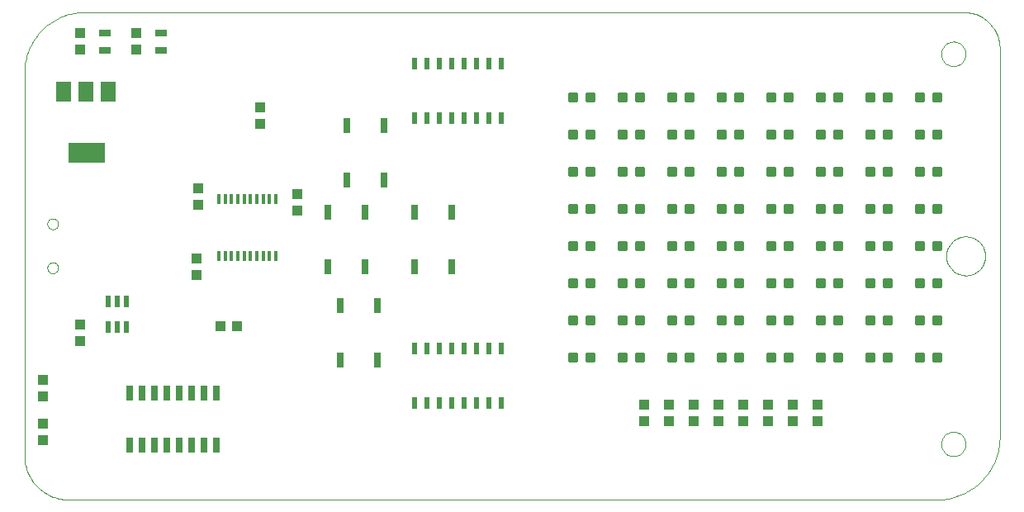
<source format=gtp>
G75*
%MOIN*%
%OFA0B0*%
%FSLAX24Y24*%
%IPPOS*%
%LPD*%
%AMOC8*
5,1,8,0,0,1.08239X$1,22.5*
%
%ADD10C,0.0000*%
%ADD11C,0.0118*%
%ADD12R,0.0394X0.0433*%
%ADD13R,0.0250X0.0600*%
%ADD14R,0.0590X0.0790*%
%ADD15R,0.1500X0.0790*%
%ADD16R,0.0472X0.0315*%
%ADD17R,0.0120X0.0390*%
%ADD18R,0.0236X0.0472*%
%ADD19R,0.0300X0.0600*%
%ADD20R,0.0217X0.0472*%
%ADD21R,0.0433X0.0394*%
D10*
X005967Y003153D02*
X005967Y018587D01*
X005969Y018683D01*
X005975Y018779D01*
X005984Y018875D01*
X005997Y018970D01*
X006014Y019065D01*
X006035Y019158D01*
X006059Y019251D01*
X006087Y019343D01*
X006118Y019434D01*
X006153Y019524D01*
X006192Y019612D01*
X006234Y019698D01*
X006279Y019783D01*
X006328Y019866D01*
X006380Y019947D01*
X006435Y020026D01*
X006493Y020103D01*
X006554Y020177D01*
X006617Y020249D01*
X006684Y020318D01*
X006753Y020385D01*
X006825Y020448D01*
X006899Y020509D01*
X006976Y020567D01*
X007055Y020622D01*
X007136Y020674D01*
X007219Y020723D01*
X007304Y020768D01*
X007390Y020810D01*
X007478Y020849D01*
X007568Y020884D01*
X007659Y020915D01*
X007751Y020943D01*
X007844Y020967D01*
X007937Y020988D01*
X008032Y021005D01*
X008127Y021018D01*
X008223Y021027D01*
X008319Y021033D01*
X008415Y021035D01*
X043867Y021035D01*
X043941Y021033D01*
X044016Y021027D01*
X044090Y021018D01*
X044163Y021005D01*
X044235Y020988D01*
X044307Y020968D01*
X044378Y020943D01*
X044447Y020916D01*
X044514Y020885D01*
X044580Y020850D01*
X044645Y020813D01*
X044707Y020772D01*
X044767Y020727D01*
X044825Y020680D01*
X044880Y020630D01*
X044932Y020578D01*
X044982Y020523D01*
X045029Y020465D01*
X045074Y020405D01*
X045115Y020343D01*
X045152Y020278D01*
X045187Y020212D01*
X045218Y020145D01*
X045245Y020076D01*
X045270Y020005D01*
X045290Y019933D01*
X045307Y019861D01*
X045320Y019788D01*
X045329Y019714D01*
X045335Y019639D01*
X045337Y019565D01*
X045337Y003911D01*
X042975Y003600D02*
X042977Y003644D01*
X042983Y003688D01*
X042993Y003731D01*
X043006Y003773D01*
X043024Y003813D01*
X043045Y003852D01*
X043069Y003889D01*
X043096Y003924D01*
X043127Y003956D01*
X043160Y003985D01*
X043196Y004011D01*
X043234Y004033D01*
X043274Y004052D01*
X043315Y004068D01*
X043358Y004080D01*
X043401Y004088D01*
X043445Y004092D01*
X043489Y004092D01*
X043533Y004088D01*
X043576Y004080D01*
X043619Y004068D01*
X043660Y004052D01*
X043700Y004033D01*
X043738Y004011D01*
X043774Y003985D01*
X043807Y003956D01*
X043838Y003924D01*
X043865Y003889D01*
X043889Y003852D01*
X043910Y003813D01*
X043928Y003773D01*
X043941Y003731D01*
X043951Y003688D01*
X043957Y003644D01*
X043959Y003600D01*
X043957Y003556D01*
X043951Y003512D01*
X043941Y003469D01*
X043928Y003427D01*
X043910Y003387D01*
X043889Y003348D01*
X043865Y003311D01*
X043838Y003276D01*
X043807Y003244D01*
X043774Y003215D01*
X043738Y003189D01*
X043700Y003167D01*
X043660Y003148D01*
X043619Y003132D01*
X043576Y003120D01*
X043533Y003112D01*
X043489Y003108D01*
X043445Y003108D01*
X043401Y003112D01*
X043358Y003120D01*
X043315Y003132D01*
X043274Y003148D01*
X043234Y003167D01*
X043196Y003189D01*
X043160Y003215D01*
X043127Y003244D01*
X043096Y003276D01*
X043069Y003311D01*
X043045Y003348D01*
X043024Y003387D01*
X043006Y003427D01*
X042993Y003469D01*
X042983Y003512D01*
X042977Y003556D01*
X042975Y003600D01*
X042776Y001350D02*
X042877Y001352D01*
X042977Y001358D01*
X043077Y001368D01*
X043177Y001382D01*
X043276Y001399D01*
X043374Y001421D01*
X043471Y001446D01*
X043567Y001475D01*
X043662Y001508D01*
X043756Y001545D01*
X043848Y001585D01*
X043939Y001629D01*
X044027Y001677D01*
X044114Y001727D01*
X044199Y001782D01*
X044281Y001839D01*
X044361Y001900D01*
X044439Y001964D01*
X044514Y002030D01*
X044587Y002100D01*
X044657Y002173D01*
X044723Y002248D01*
X044787Y002326D01*
X044848Y002406D01*
X044905Y002488D01*
X044960Y002573D01*
X045010Y002660D01*
X045058Y002748D01*
X045102Y002839D01*
X045142Y002931D01*
X045179Y003025D01*
X045212Y003120D01*
X045241Y003216D01*
X045266Y003313D01*
X045288Y003411D01*
X045305Y003510D01*
X045319Y003610D01*
X045329Y003710D01*
X045335Y003810D01*
X045337Y003911D01*
X042776Y001350D02*
X007770Y001350D01*
X007687Y001352D01*
X007604Y001358D01*
X007521Y001367D01*
X007439Y001381D01*
X007357Y001398D01*
X007277Y001419D01*
X007197Y001443D01*
X007119Y001472D01*
X007042Y001504D01*
X006966Y001539D01*
X006893Y001578D01*
X006821Y001620D01*
X006751Y001666D01*
X006683Y001714D01*
X006618Y001766D01*
X006555Y001821D01*
X006495Y001878D01*
X006438Y001938D01*
X006383Y002001D01*
X006331Y002066D01*
X006283Y002134D01*
X006237Y002204D01*
X006195Y002276D01*
X006156Y002349D01*
X006121Y002425D01*
X006089Y002502D01*
X006060Y002580D01*
X006036Y002660D01*
X006015Y002740D01*
X005998Y002822D01*
X005984Y002904D01*
X005975Y002987D01*
X005969Y003070D01*
X005967Y003153D01*
X006892Y010714D02*
X006894Y010743D01*
X006900Y010771D01*
X006909Y010799D01*
X006922Y010825D01*
X006939Y010848D01*
X006958Y010870D01*
X006980Y010889D01*
X007005Y010904D01*
X007031Y010917D01*
X007059Y010925D01*
X007087Y010930D01*
X007116Y010931D01*
X007145Y010928D01*
X007173Y010921D01*
X007200Y010911D01*
X007226Y010897D01*
X007249Y010880D01*
X007270Y010860D01*
X007288Y010837D01*
X007303Y010812D01*
X007314Y010785D01*
X007322Y010757D01*
X007326Y010728D01*
X007326Y010700D01*
X007322Y010671D01*
X007314Y010643D01*
X007303Y010616D01*
X007288Y010591D01*
X007270Y010568D01*
X007249Y010548D01*
X007226Y010531D01*
X007200Y010517D01*
X007173Y010507D01*
X007145Y010500D01*
X007116Y010497D01*
X007087Y010498D01*
X007059Y010503D01*
X007031Y010511D01*
X007005Y010524D01*
X006980Y010539D01*
X006958Y010558D01*
X006939Y010580D01*
X006922Y010603D01*
X006909Y010629D01*
X006900Y010657D01*
X006894Y010685D01*
X006892Y010714D01*
X006892Y012486D02*
X006894Y012515D01*
X006900Y012543D01*
X006909Y012571D01*
X006922Y012597D01*
X006939Y012620D01*
X006958Y012642D01*
X006980Y012661D01*
X007005Y012676D01*
X007031Y012689D01*
X007059Y012697D01*
X007087Y012702D01*
X007116Y012703D01*
X007145Y012700D01*
X007173Y012693D01*
X007200Y012683D01*
X007226Y012669D01*
X007249Y012652D01*
X007270Y012632D01*
X007288Y012609D01*
X007303Y012584D01*
X007314Y012557D01*
X007322Y012529D01*
X007326Y012500D01*
X007326Y012472D01*
X007322Y012443D01*
X007314Y012415D01*
X007303Y012388D01*
X007288Y012363D01*
X007270Y012340D01*
X007249Y012320D01*
X007226Y012303D01*
X007200Y012289D01*
X007173Y012279D01*
X007145Y012272D01*
X007116Y012269D01*
X007087Y012270D01*
X007059Y012275D01*
X007031Y012283D01*
X007005Y012296D01*
X006980Y012311D01*
X006958Y012330D01*
X006939Y012352D01*
X006922Y012375D01*
X006909Y012401D01*
X006900Y012429D01*
X006894Y012457D01*
X006892Y012486D01*
X042975Y019350D02*
X042977Y019394D01*
X042983Y019438D01*
X042993Y019481D01*
X043006Y019523D01*
X043024Y019563D01*
X043045Y019602D01*
X043069Y019639D01*
X043096Y019674D01*
X043127Y019706D01*
X043160Y019735D01*
X043196Y019761D01*
X043234Y019783D01*
X043274Y019802D01*
X043315Y019818D01*
X043358Y019830D01*
X043401Y019838D01*
X043445Y019842D01*
X043489Y019842D01*
X043533Y019838D01*
X043576Y019830D01*
X043619Y019818D01*
X043660Y019802D01*
X043700Y019783D01*
X043738Y019761D01*
X043774Y019735D01*
X043807Y019706D01*
X043838Y019674D01*
X043865Y019639D01*
X043889Y019602D01*
X043910Y019563D01*
X043928Y019523D01*
X043941Y019481D01*
X043951Y019438D01*
X043957Y019394D01*
X043959Y019350D01*
X043957Y019306D01*
X043951Y019262D01*
X043941Y019219D01*
X043928Y019177D01*
X043910Y019137D01*
X043889Y019098D01*
X043865Y019061D01*
X043838Y019026D01*
X043807Y018994D01*
X043774Y018965D01*
X043738Y018939D01*
X043700Y018917D01*
X043660Y018898D01*
X043619Y018882D01*
X043576Y018870D01*
X043533Y018862D01*
X043489Y018858D01*
X043445Y018858D01*
X043401Y018862D01*
X043358Y018870D01*
X043315Y018882D01*
X043274Y018898D01*
X043234Y018917D01*
X043196Y018939D01*
X043160Y018965D01*
X043127Y018994D01*
X043096Y019026D01*
X043069Y019061D01*
X043045Y019098D01*
X043024Y019137D01*
X043006Y019177D01*
X042993Y019219D01*
X042983Y019262D01*
X042977Y019306D01*
X042975Y019350D01*
X043180Y011193D02*
X043182Y011249D01*
X043188Y011304D01*
X043198Y011358D01*
X043211Y011412D01*
X043229Y011465D01*
X043250Y011516D01*
X043274Y011566D01*
X043302Y011614D01*
X043334Y011660D01*
X043368Y011704D01*
X043406Y011745D01*
X043446Y011783D01*
X043489Y011818D01*
X043534Y011850D01*
X043582Y011879D01*
X043631Y011905D01*
X043682Y011927D01*
X043734Y011945D01*
X043788Y011959D01*
X043843Y011970D01*
X043898Y011977D01*
X043953Y011980D01*
X044009Y011979D01*
X044064Y011974D01*
X044119Y011965D01*
X044173Y011953D01*
X044226Y011936D01*
X044278Y011916D01*
X044328Y011892D01*
X044376Y011865D01*
X044423Y011835D01*
X044467Y011801D01*
X044509Y011764D01*
X044547Y011724D01*
X044584Y011682D01*
X044617Y011637D01*
X044646Y011591D01*
X044673Y011542D01*
X044695Y011491D01*
X044715Y011439D01*
X044730Y011385D01*
X044742Y011331D01*
X044750Y011276D01*
X044754Y011221D01*
X044754Y011165D01*
X044750Y011110D01*
X044742Y011055D01*
X044730Y011001D01*
X044715Y010947D01*
X044695Y010895D01*
X044673Y010844D01*
X044646Y010795D01*
X044617Y010749D01*
X044584Y010704D01*
X044547Y010662D01*
X044509Y010622D01*
X044467Y010585D01*
X044423Y010551D01*
X044376Y010521D01*
X044328Y010494D01*
X044278Y010470D01*
X044226Y010450D01*
X044173Y010433D01*
X044119Y010421D01*
X044064Y010412D01*
X044009Y010407D01*
X043953Y010406D01*
X043898Y010409D01*
X043843Y010416D01*
X043788Y010427D01*
X043734Y010441D01*
X043682Y010459D01*
X043631Y010481D01*
X043582Y010507D01*
X043534Y010536D01*
X043489Y010568D01*
X043446Y010603D01*
X043406Y010641D01*
X043368Y010682D01*
X043334Y010726D01*
X043302Y010772D01*
X043274Y010820D01*
X043250Y010870D01*
X043229Y010921D01*
X043211Y010974D01*
X043198Y011028D01*
X043188Y011082D01*
X043182Y011137D01*
X043180Y011193D01*
D11*
X042950Y011462D02*
X042950Y011738D01*
X042950Y011462D02*
X042674Y011462D01*
X042674Y011738D01*
X042950Y011738D01*
X042950Y011579D02*
X042674Y011579D01*
X042674Y011696D02*
X042950Y011696D01*
X042259Y011738D02*
X042259Y011462D01*
X041983Y011462D01*
X041983Y011738D01*
X042259Y011738D01*
X042259Y011579D02*
X041983Y011579D01*
X041983Y011696D02*
X042259Y011696D01*
X040950Y011738D02*
X040950Y011462D01*
X040674Y011462D01*
X040674Y011738D01*
X040950Y011738D01*
X040950Y011579D02*
X040674Y011579D01*
X040674Y011696D02*
X040950Y011696D01*
X040259Y011738D02*
X040259Y011462D01*
X039983Y011462D01*
X039983Y011738D01*
X040259Y011738D01*
X040259Y011579D02*
X039983Y011579D01*
X039983Y011696D02*
X040259Y011696D01*
X038950Y011738D02*
X038950Y011462D01*
X038674Y011462D01*
X038674Y011738D01*
X038950Y011738D01*
X038950Y011579D02*
X038674Y011579D01*
X038674Y011696D02*
X038950Y011696D01*
X038259Y011738D02*
X038259Y011462D01*
X037983Y011462D01*
X037983Y011738D01*
X038259Y011738D01*
X038259Y011579D02*
X037983Y011579D01*
X037983Y011696D02*
X038259Y011696D01*
X036950Y011738D02*
X036950Y011462D01*
X036674Y011462D01*
X036674Y011738D01*
X036950Y011738D01*
X036950Y011579D02*
X036674Y011579D01*
X036674Y011696D02*
X036950Y011696D01*
X036259Y011738D02*
X036259Y011462D01*
X035983Y011462D01*
X035983Y011738D01*
X036259Y011738D01*
X036259Y011579D02*
X035983Y011579D01*
X035983Y011696D02*
X036259Y011696D01*
X034950Y011738D02*
X034950Y011462D01*
X034674Y011462D01*
X034674Y011738D01*
X034950Y011738D01*
X034950Y011579D02*
X034674Y011579D01*
X034674Y011696D02*
X034950Y011696D01*
X034259Y011738D02*
X034259Y011462D01*
X033983Y011462D01*
X033983Y011738D01*
X034259Y011738D01*
X034259Y011579D02*
X033983Y011579D01*
X033983Y011696D02*
X034259Y011696D01*
X032950Y011738D02*
X032950Y011462D01*
X032674Y011462D01*
X032674Y011738D01*
X032950Y011738D01*
X032950Y011579D02*
X032674Y011579D01*
X032674Y011696D02*
X032950Y011696D01*
X032259Y011738D02*
X032259Y011462D01*
X031983Y011462D01*
X031983Y011738D01*
X032259Y011738D01*
X032259Y011579D02*
X031983Y011579D01*
X031983Y011696D02*
X032259Y011696D01*
X030950Y011738D02*
X030950Y011462D01*
X030674Y011462D01*
X030674Y011738D01*
X030950Y011738D01*
X030950Y011579D02*
X030674Y011579D01*
X030674Y011696D02*
X030950Y011696D01*
X030259Y011738D02*
X030259Y011462D01*
X029983Y011462D01*
X029983Y011738D01*
X030259Y011738D01*
X030259Y011579D02*
X029983Y011579D01*
X029983Y011696D02*
X030259Y011696D01*
X028950Y011738D02*
X028950Y011462D01*
X028674Y011462D01*
X028674Y011738D01*
X028950Y011738D01*
X028950Y011579D02*
X028674Y011579D01*
X028674Y011696D02*
X028950Y011696D01*
X028259Y011738D02*
X028259Y011462D01*
X027983Y011462D01*
X027983Y011738D01*
X028259Y011738D01*
X028259Y011579D02*
X027983Y011579D01*
X027983Y011696D02*
X028259Y011696D01*
X028259Y012962D02*
X028259Y013238D01*
X028259Y012962D02*
X027983Y012962D01*
X027983Y013238D01*
X028259Y013238D01*
X028259Y013079D02*
X027983Y013079D01*
X027983Y013196D02*
X028259Y013196D01*
X028950Y013238D02*
X028950Y012962D01*
X028674Y012962D01*
X028674Y013238D01*
X028950Y013238D01*
X028950Y013079D02*
X028674Y013079D01*
X028674Y013196D02*
X028950Y013196D01*
X030259Y013238D02*
X030259Y012962D01*
X029983Y012962D01*
X029983Y013238D01*
X030259Y013238D01*
X030259Y013079D02*
X029983Y013079D01*
X029983Y013196D02*
X030259Y013196D01*
X030950Y013238D02*
X030950Y012962D01*
X030674Y012962D01*
X030674Y013238D01*
X030950Y013238D01*
X030950Y013079D02*
X030674Y013079D01*
X030674Y013196D02*
X030950Y013196D01*
X032259Y013238D02*
X032259Y012962D01*
X031983Y012962D01*
X031983Y013238D01*
X032259Y013238D01*
X032259Y013079D02*
X031983Y013079D01*
X031983Y013196D02*
X032259Y013196D01*
X032950Y013238D02*
X032950Y012962D01*
X032674Y012962D01*
X032674Y013238D01*
X032950Y013238D01*
X032950Y013079D02*
X032674Y013079D01*
X032674Y013196D02*
X032950Y013196D01*
X034259Y013238D02*
X034259Y012962D01*
X033983Y012962D01*
X033983Y013238D01*
X034259Y013238D01*
X034259Y013079D02*
X033983Y013079D01*
X033983Y013196D02*
X034259Y013196D01*
X034950Y013238D02*
X034950Y012962D01*
X034674Y012962D01*
X034674Y013238D01*
X034950Y013238D01*
X034950Y013079D02*
X034674Y013079D01*
X034674Y013196D02*
X034950Y013196D01*
X036259Y013238D02*
X036259Y012962D01*
X035983Y012962D01*
X035983Y013238D01*
X036259Y013238D01*
X036259Y013079D02*
X035983Y013079D01*
X035983Y013196D02*
X036259Y013196D01*
X036950Y013238D02*
X036950Y012962D01*
X036674Y012962D01*
X036674Y013238D01*
X036950Y013238D01*
X036950Y013079D02*
X036674Y013079D01*
X036674Y013196D02*
X036950Y013196D01*
X038259Y013238D02*
X038259Y012962D01*
X037983Y012962D01*
X037983Y013238D01*
X038259Y013238D01*
X038259Y013079D02*
X037983Y013079D01*
X037983Y013196D02*
X038259Y013196D01*
X038950Y013238D02*
X038950Y012962D01*
X038674Y012962D01*
X038674Y013238D01*
X038950Y013238D01*
X038950Y013079D02*
X038674Y013079D01*
X038674Y013196D02*
X038950Y013196D01*
X040259Y013238D02*
X040259Y012962D01*
X039983Y012962D01*
X039983Y013238D01*
X040259Y013238D01*
X040259Y013079D02*
X039983Y013079D01*
X039983Y013196D02*
X040259Y013196D01*
X040950Y013238D02*
X040950Y012962D01*
X040674Y012962D01*
X040674Y013238D01*
X040950Y013238D01*
X040950Y013079D02*
X040674Y013079D01*
X040674Y013196D02*
X040950Y013196D01*
X042259Y013238D02*
X042259Y012962D01*
X041983Y012962D01*
X041983Y013238D01*
X042259Y013238D01*
X042259Y013079D02*
X041983Y013079D01*
X041983Y013196D02*
X042259Y013196D01*
X042950Y013238D02*
X042950Y012962D01*
X042674Y012962D01*
X042674Y013238D01*
X042950Y013238D01*
X042950Y013079D02*
X042674Y013079D01*
X042674Y013196D02*
X042950Y013196D01*
X042950Y014462D02*
X042950Y014738D01*
X042950Y014462D02*
X042674Y014462D01*
X042674Y014738D01*
X042950Y014738D01*
X042950Y014579D02*
X042674Y014579D01*
X042674Y014696D02*
X042950Y014696D01*
X042259Y014738D02*
X042259Y014462D01*
X041983Y014462D01*
X041983Y014738D01*
X042259Y014738D01*
X042259Y014579D02*
X041983Y014579D01*
X041983Y014696D02*
X042259Y014696D01*
X040950Y014738D02*
X040950Y014462D01*
X040674Y014462D01*
X040674Y014738D01*
X040950Y014738D01*
X040950Y014579D02*
X040674Y014579D01*
X040674Y014696D02*
X040950Y014696D01*
X040259Y014738D02*
X040259Y014462D01*
X039983Y014462D01*
X039983Y014738D01*
X040259Y014738D01*
X040259Y014579D02*
X039983Y014579D01*
X039983Y014696D02*
X040259Y014696D01*
X038950Y014738D02*
X038950Y014462D01*
X038674Y014462D01*
X038674Y014738D01*
X038950Y014738D01*
X038950Y014579D02*
X038674Y014579D01*
X038674Y014696D02*
X038950Y014696D01*
X038259Y014738D02*
X038259Y014462D01*
X037983Y014462D01*
X037983Y014738D01*
X038259Y014738D01*
X038259Y014579D02*
X037983Y014579D01*
X037983Y014696D02*
X038259Y014696D01*
X036950Y014738D02*
X036950Y014462D01*
X036674Y014462D01*
X036674Y014738D01*
X036950Y014738D01*
X036950Y014579D02*
X036674Y014579D01*
X036674Y014696D02*
X036950Y014696D01*
X036259Y014738D02*
X036259Y014462D01*
X035983Y014462D01*
X035983Y014738D01*
X036259Y014738D01*
X036259Y014579D02*
X035983Y014579D01*
X035983Y014696D02*
X036259Y014696D01*
X034950Y014738D02*
X034950Y014462D01*
X034674Y014462D01*
X034674Y014738D01*
X034950Y014738D01*
X034950Y014579D02*
X034674Y014579D01*
X034674Y014696D02*
X034950Y014696D01*
X034259Y014738D02*
X034259Y014462D01*
X033983Y014462D01*
X033983Y014738D01*
X034259Y014738D01*
X034259Y014579D02*
X033983Y014579D01*
X033983Y014696D02*
X034259Y014696D01*
X032950Y014738D02*
X032950Y014462D01*
X032674Y014462D01*
X032674Y014738D01*
X032950Y014738D01*
X032950Y014579D02*
X032674Y014579D01*
X032674Y014696D02*
X032950Y014696D01*
X032259Y014738D02*
X032259Y014462D01*
X031983Y014462D01*
X031983Y014738D01*
X032259Y014738D01*
X032259Y014579D02*
X031983Y014579D01*
X031983Y014696D02*
X032259Y014696D01*
X030950Y014738D02*
X030950Y014462D01*
X030674Y014462D01*
X030674Y014738D01*
X030950Y014738D01*
X030950Y014579D02*
X030674Y014579D01*
X030674Y014696D02*
X030950Y014696D01*
X030259Y014738D02*
X030259Y014462D01*
X029983Y014462D01*
X029983Y014738D01*
X030259Y014738D01*
X030259Y014579D02*
X029983Y014579D01*
X029983Y014696D02*
X030259Y014696D01*
X028950Y014738D02*
X028950Y014462D01*
X028674Y014462D01*
X028674Y014738D01*
X028950Y014738D01*
X028950Y014579D02*
X028674Y014579D01*
X028674Y014696D02*
X028950Y014696D01*
X028259Y014738D02*
X028259Y014462D01*
X027983Y014462D01*
X027983Y014738D01*
X028259Y014738D01*
X028259Y014579D02*
X027983Y014579D01*
X027983Y014696D02*
X028259Y014696D01*
X028259Y015962D02*
X028259Y016238D01*
X028259Y015962D02*
X027983Y015962D01*
X027983Y016238D01*
X028259Y016238D01*
X028259Y016079D02*
X027983Y016079D01*
X027983Y016196D02*
X028259Y016196D01*
X028950Y016238D02*
X028950Y015962D01*
X028674Y015962D01*
X028674Y016238D01*
X028950Y016238D01*
X028950Y016079D02*
X028674Y016079D01*
X028674Y016196D02*
X028950Y016196D01*
X030259Y016238D02*
X030259Y015962D01*
X029983Y015962D01*
X029983Y016238D01*
X030259Y016238D01*
X030259Y016079D02*
X029983Y016079D01*
X029983Y016196D02*
X030259Y016196D01*
X030950Y016238D02*
X030950Y015962D01*
X030674Y015962D01*
X030674Y016238D01*
X030950Y016238D01*
X030950Y016079D02*
X030674Y016079D01*
X030674Y016196D02*
X030950Y016196D01*
X032259Y016238D02*
X032259Y015962D01*
X031983Y015962D01*
X031983Y016238D01*
X032259Y016238D01*
X032259Y016079D02*
X031983Y016079D01*
X031983Y016196D02*
X032259Y016196D01*
X032950Y016238D02*
X032950Y015962D01*
X032674Y015962D01*
X032674Y016238D01*
X032950Y016238D01*
X032950Y016079D02*
X032674Y016079D01*
X032674Y016196D02*
X032950Y016196D01*
X034259Y016238D02*
X034259Y015962D01*
X033983Y015962D01*
X033983Y016238D01*
X034259Y016238D01*
X034259Y016079D02*
X033983Y016079D01*
X033983Y016196D02*
X034259Y016196D01*
X034950Y016238D02*
X034950Y015962D01*
X034674Y015962D01*
X034674Y016238D01*
X034950Y016238D01*
X034950Y016079D02*
X034674Y016079D01*
X034674Y016196D02*
X034950Y016196D01*
X036259Y016238D02*
X036259Y015962D01*
X035983Y015962D01*
X035983Y016238D01*
X036259Y016238D01*
X036259Y016079D02*
X035983Y016079D01*
X035983Y016196D02*
X036259Y016196D01*
X036950Y016238D02*
X036950Y015962D01*
X036674Y015962D01*
X036674Y016238D01*
X036950Y016238D01*
X036950Y016079D02*
X036674Y016079D01*
X036674Y016196D02*
X036950Y016196D01*
X038259Y016238D02*
X038259Y015962D01*
X037983Y015962D01*
X037983Y016238D01*
X038259Y016238D01*
X038259Y016079D02*
X037983Y016079D01*
X037983Y016196D02*
X038259Y016196D01*
X038950Y016238D02*
X038950Y015962D01*
X038674Y015962D01*
X038674Y016238D01*
X038950Y016238D01*
X038950Y016079D02*
X038674Y016079D01*
X038674Y016196D02*
X038950Y016196D01*
X040259Y016238D02*
X040259Y015962D01*
X039983Y015962D01*
X039983Y016238D01*
X040259Y016238D01*
X040259Y016079D02*
X039983Y016079D01*
X039983Y016196D02*
X040259Y016196D01*
X040950Y016238D02*
X040950Y015962D01*
X040674Y015962D01*
X040674Y016238D01*
X040950Y016238D01*
X040950Y016079D02*
X040674Y016079D01*
X040674Y016196D02*
X040950Y016196D01*
X042259Y016238D02*
X042259Y015962D01*
X041983Y015962D01*
X041983Y016238D01*
X042259Y016238D01*
X042259Y016079D02*
X041983Y016079D01*
X041983Y016196D02*
X042259Y016196D01*
X042950Y016238D02*
X042950Y015962D01*
X042674Y015962D01*
X042674Y016238D01*
X042950Y016238D01*
X042950Y016079D02*
X042674Y016079D01*
X042674Y016196D02*
X042950Y016196D01*
X042674Y017462D02*
X042674Y017738D01*
X042950Y017738D01*
X042950Y017462D01*
X042674Y017462D01*
X042674Y017579D02*
X042950Y017579D01*
X042950Y017696D02*
X042674Y017696D01*
X041983Y017738D02*
X041983Y017462D01*
X041983Y017738D02*
X042259Y017738D01*
X042259Y017462D01*
X041983Y017462D01*
X041983Y017579D02*
X042259Y017579D01*
X042259Y017696D02*
X041983Y017696D01*
X040950Y017738D02*
X040950Y017462D01*
X040674Y017462D01*
X040674Y017738D01*
X040950Y017738D01*
X040950Y017579D02*
X040674Y017579D01*
X040674Y017696D02*
X040950Y017696D01*
X040259Y017738D02*
X040259Y017462D01*
X039983Y017462D01*
X039983Y017738D01*
X040259Y017738D01*
X040259Y017579D02*
X039983Y017579D01*
X039983Y017696D02*
X040259Y017696D01*
X038950Y017738D02*
X038950Y017462D01*
X038674Y017462D01*
X038674Y017738D01*
X038950Y017738D01*
X038950Y017579D02*
X038674Y017579D01*
X038674Y017696D02*
X038950Y017696D01*
X038259Y017738D02*
X038259Y017462D01*
X037983Y017462D01*
X037983Y017738D01*
X038259Y017738D01*
X038259Y017579D02*
X037983Y017579D01*
X037983Y017696D02*
X038259Y017696D01*
X036950Y017738D02*
X036950Y017462D01*
X036674Y017462D01*
X036674Y017738D01*
X036950Y017738D01*
X036950Y017579D02*
X036674Y017579D01*
X036674Y017696D02*
X036950Y017696D01*
X036259Y017738D02*
X036259Y017462D01*
X035983Y017462D01*
X035983Y017738D01*
X036259Y017738D01*
X036259Y017579D02*
X035983Y017579D01*
X035983Y017696D02*
X036259Y017696D01*
X034950Y017738D02*
X034950Y017462D01*
X034674Y017462D01*
X034674Y017738D01*
X034950Y017738D01*
X034950Y017579D02*
X034674Y017579D01*
X034674Y017696D02*
X034950Y017696D01*
X034259Y017738D02*
X034259Y017462D01*
X033983Y017462D01*
X033983Y017738D01*
X034259Y017738D01*
X034259Y017579D02*
X033983Y017579D01*
X033983Y017696D02*
X034259Y017696D01*
X032950Y017738D02*
X032950Y017462D01*
X032674Y017462D01*
X032674Y017738D01*
X032950Y017738D01*
X032950Y017579D02*
X032674Y017579D01*
X032674Y017696D02*
X032950Y017696D01*
X032259Y017738D02*
X032259Y017462D01*
X031983Y017462D01*
X031983Y017738D01*
X032259Y017738D01*
X032259Y017579D02*
X031983Y017579D01*
X031983Y017696D02*
X032259Y017696D01*
X030950Y017738D02*
X030950Y017462D01*
X030674Y017462D01*
X030674Y017738D01*
X030950Y017738D01*
X030950Y017579D02*
X030674Y017579D01*
X030674Y017696D02*
X030950Y017696D01*
X030259Y017738D02*
X030259Y017462D01*
X029983Y017462D01*
X029983Y017738D01*
X030259Y017738D01*
X030259Y017579D02*
X029983Y017579D01*
X029983Y017696D02*
X030259Y017696D01*
X028950Y017738D02*
X028950Y017462D01*
X028674Y017462D01*
X028674Y017738D01*
X028950Y017738D01*
X028950Y017579D02*
X028674Y017579D01*
X028674Y017696D02*
X028950Y017696D01*
X028259Y017738D02*
X028259Y017462D01*
X027983Y017462D01*
X027983Y017738D01*
X028259Y017738D01*
X028259Y017579D02*
X027983Y017579D01*
X027983Y017696D02*
X028259Y017696D01*
X028259Y010238D02*
X028259Y009962D01*
X027983Y009962D01*
X027983Y010238D01*
X028259Y010238D01*
X028259Y010079D02*
X027983Y010079D01*
X027983Y010196D02*
X028259Y010196D01*
X028950Y010238D02*
X028950Y009962D01*
X028674Y009962D01*
X028674Y010238D01*
X028950Y010238D01*
X028950Y010079D02*
X028674Y010079D01*
X028674Y010196D02*
X028950Y010196D01*
X030259Y010238D02*
X030259Y009962D01*
X029983Y009962D01*
X029983Y010238D01*
X030259Y010238D01*
X030259Y010079D02*
X029983Y010079D01*
X029983Y010196D02*
X030259Y010196D01*
X030950Y010238D02*
X030950Y009962D01*
X030674Y009962D01*
X030674Y010238D01*
X030950Y010238D01*
X030950Y010079D02*
X030674Y010079D01*
X030674Y010196D02*
X030950Y010196D01*
X032259Y010238D02*
X032259Y009962D01*
X031983Y009962D01*
X031983Y010238D01*
X032259Y010238D01*
X032259Y010079D02*
X031983Y010079D01*
X031983Y010196D02*
X032259Y010196D01*
X032950Y010238D02*
X032950Y009962D01*
X032674Y009962D01*
X032674Y010238D01*
X032950Y010238D01*
X032950Y010079D02*
X032674Y010079D01*
X032674Y010196D02*
X032950Y010196D01*
X034259Y010238D02*
X034259Y009962D01*
X033983Y009962D01*
X033983Y010238D01*
X034259Y010238D01*
X034259Y010079D02*
X033983Y010079D01*
X033983Y010196D02*
X034259Y010196D01*
X034950Y010238D02*
X034950Y009962D01*
X034674Y009962D01*
X034674Y010238D01*
X034950Y010238D01*
X034950Y010079D02*
X034674Y010079D01*
X034674Y010196D02*
X034950Y010196D01*
X036259Y010238D02*
X036259Y009962D01*
X035983Y009962D01*
X035983Y010238D01*
X036259Y010238D01*
X036259Y010079D02*
X035983Y010079D01*
X035983Y010196D02*
X036259Y010196D01*
X036950Y010238D02*
X036950Y009962D01*
X036674Y009962D01*
X036674Y010238D01*
X036950Y010238D01*
X036950Y010079D02*
X036674Y010079D01*
X036674Y010196D02*
X036950Y010196D01*
X038259Y010238D02*
X038259Y009962D01*
X037983Y009962D01*
X037983Y010238D01*
X038259Y010238D01*
X038259Y010079D02*
X037983Y010079D01*
X037983Y010196D02*
X038259Y010196D01*
X038950Y010238D02*
X038950Y009962D01*
X038674Y009962D01*
X038674Y010238D01*
X038950Y010238D01*
X038950Y010079D02*
X038674Y010079D01*
X038674Y010196D02*
X038950Y010196D01*
X040259Y010238D02*
X040259Y009962D01*
X039983Y009962D01*
X039983Y010238D01*
X040259Y010238D01*
X040259Y010079D02*
X039983Y010079D01*
X039983Y010196D02*
X040259Y010196D01*
X040950Y010238D02*
X040950Y009962D01*
X040674Y009962D01*
X040674Y010238D01*
X040950Y010238D01*
X040950Y010079D02*
X040674Y010079D01*
X040674Y010196D02*
X040950Y010196D01*
X042259Y010238D02*
X042259Y009962D01*
X041983Y009962D01*
X041983Y010238D01*
X042259Y010238D01*
X042259Y010079D02*
X041983Y010079D01*
X041983Y010196D02*
X042259Y010196D01*
X042950Y010238D02*
X042950Y009962D01*
X042674Y009962D01*
X042674Y010238D01*
X042950Y010238D01*
X042950Y010079D02*
X042674Y010079D01*
X042674Y010196D02*
X042950Y010196D01*
X042950Y008738D02*
X042950Y008462D01*
X042674Y008462D01*
X042674Y008738D01*
X042950Y008738D01*
X042950Y008579D02*
X042674Y008579D01*
X042674Y008696D02*
X042950Y008696D01*
X042259Y008738D02*
X042259Y008462D01*
X041983Y008462D01*
X041983Y008738D01*
X042259Y008738D01*
X042259Y008579D02*
X041983Y008579D01*
X041983Y008696D02*
X042259Y008696D01*
X040950Y008738D02*
X040950Y008462D01*
X040674Y008462D01*
X040674Y008738D01*
X040950Y008738D01*
X040950Y008579D02*
X040674Y008579D01*
X040674Y008696D02*
X040950Y008696D01*
X040259Y008738D02*
X040259Y008462D01*
X039983Y008462D01*
X039983Y008738D01*
X040259Y008738D01*
X040259Y008579D02*
X039983Y008579D01*
X039983Y008696D02*
X040259Y008696D01*
X038950Y008738D02*
X038950Y008462D01*
X038674Y008462D01*
X038674Y008738D01*
X038950Y008738D01*
X038950Y008579D02*
X038674Y008579D01*
X038674Y008696D02*
X038950Y008696D01*
X038259Y008738D02*
X038259Y008462D01*
X037983Y008462D01*
X037983Y008738D01*
X038259Y008738D01*
X038259Y008579D02*
X037983Y008579D01*
X037983Y008696D02*
X038259Y008696D01*
X036950Y008738D02*
X036950Y008462D01*
X036674Y008462D01*
X036674Y008738D01*
X036950Y008738D01*
X036950Y008579D02*
X036674Y008579D01*
X036674Y008696D02*
X036950Y008696D01*
X036259Y008738D02*
X036259Y008462D01*
X035983Y008462D01*
X035983Y008738D01*
X036259Y008738D01*
X036259Y008579D02*
X035983Y008579D01*
X035983Y008696D02*
X036259Y008696D01*
X034950Y008738D02*
X034950Y008462D01*
X034674Y008462D01*
X034674Y008738D01*
X034950Y008738D01*
X034950Y008579D02*
X034674Y008579D01*
X034674Y008696D02*
X034950Y008696D01*
X034259Y008738D02*
X034259Y008462D01*
X033983Y008462D01*
X033983Y008738D01*
X034259Y008738D01*
X034259Y008579D02*
X033983Y008579D01*
X033983Y008696D02*
X034259Y008696D01*
X032950Y008738D02*
X032950Y008462D01*
X032674Y008462D01*
X032674Y008738D01*
X032950Y008738D01*
X032950Y008579D02*
X032674Y008579D01*
X032674Y008696D02*
X032950Y008696D01*
X032259Y008738D02*
X032259Y008462D01*
X031983Y008462D01*
X031983Y008738D01*
X032259Y008738D01*
X032259Y008579D02*
X031983Y008579D01*
X031983Y008696D02*
X032259Y008696D01*
X030950Y008738D02*
X030950Y008462D01*
X030674Y008462D01*
X030674Y008738D01*
X030950Y008738D01*
X030950Y008579D02*
X030674Y008579D01*
X030674Y008696D02*
X030950Y008696D01*
X030259Y008738D02*
X030259Y008462D01*
X029983Y008462D01*
X029983Y008738D01*
X030259Y008738D01*
X030259Y008579D02*
X029983Y008579D01*
X029983Y008696D02*
X030259Y008696D01*
X028950Y008738D02*
X028950Y008462D01*
X028674Y008462D01*
X028674Y008738D01*
X028950Y008738D01*
X028950Y008579D02*
X028674Y008579D01*
X028674Y008696D02*
X028950Y008696D01*
X028259Y008738D02*
X028259Y008462D01*
X027983Y008462D01*
X027983Y008738D01*
X028259Y008738D01*
X028259Y008579D02*
X027983Y008579D01*
X027983Y008696D02*
X028259Y008696D01*
X028259Y007238D02*
X028259Y006962D01*
X027983Y006962D01*
X027983Y007238D01*
X028259Y007238D01*
X028259Y007079D02*
X027983Y007079D01*
X027983Y007196D02*
X028259Y007196D01*
X028950Y007238D02*
X028950Y006962D01*
X028674Y006962D01*
X028674Y007238D01*
X028950Y007238D01*
X028950Y007079D02*
X028674Y007079D01*
X028674Y007196D02*
X028950Y007196D01*
X030259Y007238D02*
X030259Y006962D01*
X029983Y006962D01*
X029983Y007238D01*
X030259Y007238D01*
X030259Y007079D02*
X029983Y007079D01*
X029983Y007196D02*
X030259Y007196D01*
X030950Y007238D02*
X030950Y006962D01*
X030674Y006962D01*
X030674Y007238D01*
X030950Y007238D01*
X030950Y007079D02*
X030674Y007079D01*
X030674Y007196D02*
X030950Y007196D01*
X032259Y007238D02*
X032259Y006962D01*
X031983Y006962D01*
X031983Y007238D01*
X032259Y007238D01*
X032259Y007079D02*
X031983Y007079D01*
X031983Y007196D02*
X032259Y007196D01*
X032950Y007238D02*
X032950Y006962D01*
X032674Y006962D01*
X032674Y007238D01*
X032950Y007238D01*
X032950Y007079D02*
X032674Y007079D01*
X032674Y007196D02*
X032950Y007196D01*
X034259Y007238D02*
X034259Y006962D01*
X033983Y006962D01*
X033983Y007238D01*
X034259Y007238D01*
X034259Y007079D02*
X033983Y007079D01*
X033983Y007196D02*
X034259Y007196D01*
X034950Y007238D02*
X034950Y006962D01*
X034674Y006962D01*
X034674Y007238D01*
X034950Y007238D01*
X034950Y007079D02*
X034674Y007079D01*
X034674Y007196D02*
X034950Y007196D01*
X036259Y007238D02*
X036259Y006962D01*
X035983Y006962D01*
X035983Y007238D01*
X036259Y007238D01*
X036259Y007079D02*
X035983Y007079D01*
X035983Y007196D02*
X036259Y007196D01*
X036950Y007238D02*
X036950Y006962D01*
X036674Y006962D01*
X036674Y007238D01*
X036950Y007238D01*
X036950Y007079D02*
X036674Y007079D01*
X036674Y007196D02*
X036950Y007196D01*
X038259Y007238D02*
X038259Y006962D01*
X037983Y006962D01*
X037983Y007238D01*
X038259Y007238D01*
X038259Y007079D02*
X037983Y007079D01*
X037983Y007196D02*
X038259Y007196D01*
X038950Y007238D02*
X038950Y006962D01*
X038674Y006962D01*
X038674Y007238D01*
X038950Y007238D01*
X038950Y007079D02*
X038674Y007079D01*
X038674Y007196D02*
X038950Y007196D01*
X040259Y007238D02*
X040259Y006962D01*
X039983Y006962D01*
X039983Y007238D01*
X040259Y007238D01*
X040259Y007079D02*
X039983Y007079D01*
X039983Y007196D02*
X040259Y007196D01*
X040950Y007238D02*
X040950Y006962D01*
X040674Y006962D01*
X040674Y007238D01*
X040950Y007238D01*
X040950Y007079D02*
X040674Y007079D01*
X040674Y007196D02*
X040950Y007196D01*
X042259Y007238D02*
X042259Y006962D01*
X041983Y006962D01*
X041983Y007238D01*
X042259Y007238D01*
X042259Y007079D02*
X041983Y007079D01*
X041983Y007196D02*
X042259Y007196D01*
X042950Y007238D02*
X042950Y006962D01*
X042674Y006962D01*
X042674Y007238D01*
X042950Y007238D01*
X042950Y007079D02*
X042674Y007079D01*
X042674Y007196D02*
X042950Y007196D01*
D12*
X037967Y005185D03*
X036967Y005185D03*
X035967Y005185D03*
X034967Y005185D03*
X034967Y004515D03*
X035967Y004515D03*
X036967Y004515D03*
X037967Y004515D03*
X033967Y004515D03*
X032967Y004515D03*
X031967Y004515D03*
X030967Y004515D03*
X030967Y005185D03*
X031967Y005185D03*
X032967Y005185D03*
X033967Y005185D03*
X016967Y013015D03*
X016967Y013685D03*
X012967Y013935D03*
X012967Y013265D03*
X012904Y011082D03*
X012904Y010413D03*
X008217Y008435D03*
X008217Y007765D03*
X006717Y006185D03*
X006717Y005515D03*
X006717Y004435D03*
X006717Y003765D03*
X015467Y016515D03*
X015467Y017185D03*
X010467Y019515D03*
X010467Y020185D03*
X008217Y020185D03*
X008217Y019515D03*
D13*
X010217Y005650D03*
X010717Y005650D03*
X011217Y005650D03*
X011717Y005650D03*
X012217Y005650D03*
X012717Y005650D03*
X013217Y005650D03*
X013717Y005650D03*
X013717Y003550D03*
X013217Y003550D03*
X012717Y003550D03*
X012217Y003550D03*
X011717Y003550D03*
X011217Y003550D03*
X010717Y003550D03*
X010217Y003550D03*
D14*
X009357Y017840D03*
X008457Y017840D03*
X007557Y017840D03*
D15*
X008467Y015360D03*
D16*
X009217Y019496D03*
X009217Y020204D03*
X011467Y020204D03*
X011467Y019496D03*
D17*
X013815Y013499D03*
X014071Y013499D03*
X014327Y013499D03*
X014583Y013499D03*
X014839Y013499D03*
X015095Y013499D03*
X015351Y013499D03*
X015607Y013499D03*
X015862Y013499D03*
X016118Y013499D03*
X016118Y011201D03*
X015862Y011201D03*
X015607Y011201D03*
X015351Y011201D03*
X015095Y011201D03*
X014839Y011201D03*
X014583Y011201D03*
X014327Y011201D03*
X014071Y011201D03*
X013815Y011201D03*
D18*
X021717Y007452D03*
X022217Y007452D03*
X022717Y007452D03*
X023217Y007452D03*
X023717Y007452D03*
X024217Y007452D03*
X024717Y007452D03*
X025217Y007452D03*
X025217Y005248D03*
X024717Y005248D03*
X024217Y005248D03*
X023717Y005248D03*
X023217Y005248D03*
X022717Y005248D03*
X022217Y005248D03*
X021717Y005248D03*
X021717Y016748D03*
X022217Y016748D03*
X022717Y016748D03*
X023217Y016748D03*
X023717Y016748D03*
X024217Y016748D03*
X024717Y016748D03*
X025217Y016748D03*
X025217Y018952D03*
X024717Y018952D03*
X024217Y018952D03*
X023717Y018952D03*
X023217Y018952D03*
X022717Y018952D03*
X022217Y018952D03*
X021717Y018952D03*
D19*
X020467Y016450D03*
X018967Y016450D03*
X018967Y014250D03*
X020467Y014250D03*
X019717Y012950D03*
X018217Y012950D03*
X021717Y012950D03*
X023217Y012950D03*
X023217Y010750D03*
X021717Y010750D03*
X019717Y010750D03*
X018217Y010750D03*
X018701Y009200D03*
X020201Y009200D03*
X020201Y007000D03*
X018701Y007000D03*
D20*
X010091Y008338D03*
X009717Y008338D03*
X009343Y008338D03*
X009343Y009362D03*
X009717Y009362D03*
X010091Y009362D03*
D21*
X013882Y008350D03*
X014551Y008350D03*
M02*

</source>
